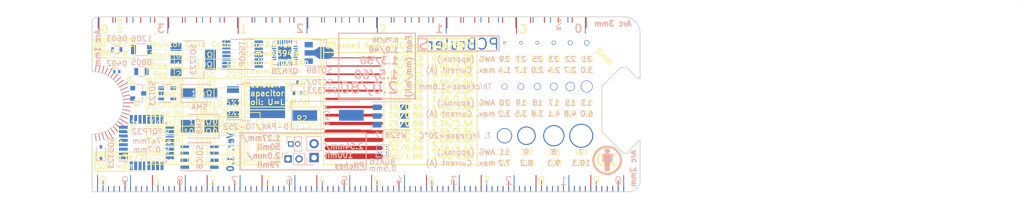
<source format=kicad_pcb>
(kicad_pcb (version 20240108) (generator "pcbnew") (generator_version "8.0")
  (title_block (title "PCBrulerS") (date "2017-06-14") (rev "1.0") (company "(C) J. Boehmer (JBtronics)") (comment 1 "Licensed under CC BY 3.0"))
  (layers (0 "F.Cu" signal) (31 "B.Cu" signal) (34 "B.Paste" user) (35 "F.Paste" user) (36 "B.SilkS" user "B.Silkscreen") (37 "F.SilkS" user "F.Silkscreen") (38 "B.Mask" user) (39 "F.Mask" user) (44 "Edge.Cuts" user))
  (net 0 "")
  (footprint "PCBRulers:Metric_Ruler_96mm" (layer "F.Cu") (at 93 126)
    (property "Reference" "REF**" (hide yes))
    (property "Value" "Metric_Ruler_90mm" (hide yes))
  )
  (footprint "PCBRulers:Resistor_Table_small" (layer "F.Cu") (at 100 100.75)
    (property "Reference" "REF**" (hide yes))
    (property "Value" "Resistor_Table_small" (hide yes))
  )
  (footprint "PCBRulers:Inch_Ruler_3.5in_10" (layer "F.Cu") (at 86.25 98)
    (property "Reference" "REF**" (hide yes))
    (property "Value" "Inch_Ruler_3.5in_10" (hide yes))
  )
  (footprint "PCBRulers:Voltage_Divider" (layer "F.Cu") (at 113.5 115.5)
    (property "Reference" "REF**" (hide yes))
    (property "Value" "Voltage Divider" (hide yes))
  )
  (footprint "Mounting_Holes:MountingHole_4mm" (layer "F.Cu") (at 181 103 -90)
    (property "Reference" "REF**" (hide yes))
    (property "Value" "MountingHole_4mm" (hide yes))
  )
  (footprint "PCBRulers:Drills" (layer "F.Cu") (at 165.25 98.75)
    (property "Reference" "REF**" (hide yes))
    (property "Value" "Drills" (hide yes))
  )
  (footprint "PCBRulers:Degree_Scale" (layer "F.Cu") (at 85 113.75)
    (property "Reference" "REF**" (hide yes))
    (property "Value" "Degree_Scale" (hide yes))
  )
  (footprint "PCBRulers:Symbol_CreativeCommons_SilkTop_Type2_Small" (layer "F.Cu") (at 178.75 124.25)
    (property "Reference" "REF**" (hide yes))
    (property "Value" "Symbol_CreativeCommons_CopperTop_Type2_Small")
  )
  (footprint "PCBRulers:Metric_Ruler_96mm" (layer "B.Cu") (at 175 126 180)
    (property "Reference" "REF**" (hide yes))
    (property "Value" "Metric_Ruler_90mm" (hide yes))
  )
  (footprint "PCBRulers:Inch_Ruler_3.5in_8" (layer "B.Cu") (at 175 98 180)
    (property "Reference" "REF**" (hide yes))
    (property "Value" "Inch_Ruler_3.5in_8" (hide yes))
  )
  (footprint "PCBRulers:Pitch2.54mm" (layer "B.Cu") (at 125.5 123.75)
    (property "Reference" "REF**" (hide yes))
    (property "Value" "Pin_Header_Straight_1x02_Pitch2.54mm" (hide yes))
  )
  (footprint "PCBRulers:Pitch1.27mm" (layer "B.Cu") (at 121.25 121.25 -90)
    (property "Reference" "REF**" (hide yes))
    (property "Value" "Pin_Header_Straight_1x02_Pitch1.27mm" (hide yes))
  )
  (footprint "PCBRulers:Pitch2.00mm" (layer "B.Cu") (at 120.75 124 -90)
    (property "Reference" "REF**" (hide yes))
    (property "Value" "Pin_Header_Straight_1x02_Pitch2.00mm" (hide yes))
  )
  (footprint "Resistors_SMD:R_1206" (layer "B.Cu") (at 94 104 180)
    (property "Reference" "1206")
    (property "Value" "R_1206" (hide yes))
  )
  (footprint "Resistors_SMD:R_0805" (layer "B.Cu") (at 94 108 180)
    (property "Reference" "0805")
    (property "Value" "R_0805")
  )
  (footprint "Resistors_SMD:R_0603" (layer "B.Cu") (at 89.5 104)
    (property "Reference" "0603")
    (property "Value" "R_0603")
  )
  (footprint "Resistors_SMD:R_0402" (layer "B.Cu") (at 89.5 108)
    (property "Reference" "0402")
    (property "Value" "R_0402")
  )
  (footprint "Housings_SSOP:TSSOP-16_4.4x5mm_Pitch0.65mm" (layer "B.Cu") (at 112.45 104.825)
    (property "Reference" "TSSOP")
    (property "Value" "TSSOP-16_4.4x5mm_Pitch0.65mm")
  )
  (footprint "Diodes_SMD:D_SOD-323" (layer "B.Cu") (at 86.6 122.85 90)
    (property "Reference" "SOD323")
    (property "Value" "D_SOD-323")
  )
  (footprint "Diodes_SMD:D_SMA" (layer "B.Cu") (at 104.6 112)
    (property "Reference" "SMA")
    (property "Value" "D_SMA")
  )
  (footprint "Diodes_SMD:D_SMB" (layer "B.Cu") (at 104.6 118 180)
    (property "Reference" "SMB")
    (property "Value" "D_SMB")
  )
  (footprint "TO_SOT_Packages_SMD:SOT-223" (layer "B.Cu") (at 103.45 105.8)
    (property "Reference" "SOT223")
    (property "Value" "SOT-223")
  )
  (footprint "TO_SOT_Packages_SMD:SOT-23" (layer "B.Cu") (at 93.4 112)
    (property "Reference" "SOT23")
    (property "Value" "SOT-23")
  )
  (footprint "TO_SOT_Packages_SMD:SOT-23-5" (layer "B.Cu") (at 98.7 112)
    (property "Reference" "SOT23-5" (hide yes))
    (property "Value" "SOT-23-5")
  )
  (footprint "Crystals:Crystal_SMD_HC49-SD" (layer "B.Cu") (at 128.05 116)
    (property "Reference" "HC49")
    (property "Value" "Crystal_SMD_HC49-SD")
  )
  (footprint "TO_SOT_Packages_SMD:TO-252-3_TabPin2" (layer "B.Cu") (at 114.9 113.6)
    (property "Reference" "D-PAK/TO-252")
    (property "Value" "TO-252-3_TabPin2")
  )
  (footprint "Housings_SOIC:SOIC-8_3.9x4.9mm_Pitch1.27mm" (layer "B.Cu") (at 104.6 123.6)
    (property "Reference" "SOIC8")
    (property "Value" "SOIC-8_3.9x4.9mm_Pitch1.27mm")
  )
  (footprint "Housings_QFP:TQFP-32_7x7mm_Pitch0.8mm" (layer "B.Cu") (at 94.95 121)
    (property "Reference" "TQFP32")
    (property "Value" "TQFP-32_7x7mm_Pitch0.8mm")
  )
  (footprint "Housings_DFN_QFN:QFN-28-1EP_4x4mm_Pitch0.4mm" (layer "B.Cu") (at 120.15 104.6)
    (property "Reference" "QFN28")
    (property "Value" "QFN-28-1EP_4x4mm_Pitch0.4mm")
  )
  (footprint "TO_SOT_Packages_SMD:SOT-89-3" (layer "B.Cu") (at 126 104.6)
    (property "Reference" "SOT89")
    (property "Value" "SOT-89-3")
  )
  (footprint "TO_SOT_Packages_SMD:SOT-323_SC-70" (layer "B.Cu") (at 122.5 111 90)
    (property "Reference" "SC70/")
    (property "Value" "SOT-323_SC-70")
  )
  (footprint "LEDs:LED_WS2812-PLCC6" (layer "B.Cu") (at 139.5 116.15)
    (property "Reference" "WS2812")
    (property "Value" "LED_WS2812-PLCC6")
  )
  (footprint "Housings_BGA:BGA-16_4x4_1.92x1.92mm_Pitch0.5mm" (layer "B.Cu") (at 138 122.5)
    (property "Reference" "BGA16")
    (property "Value" "BGA-16_4x4_1.92x1.92mm_Pitch0.5mm")
  )
  (footprint "PCBRulers:Symbol_CC-Attribution_SilkTop_Small" (layer "B.Cu") (at 179 124.25 180)
    (property "Reference" "REF**" (hide yes))
    (property "Value" "Symbol_CC-Attribution_CopperTop_Small")
  )
  (gr_line (start 112.5 119.25) (end 112.5 119.25) (stroke (width 0.2)) (layer "B.SilkS"))
  (gr_line (start 112.5 119.25) (end 112.5 119.25) (stroke (width 0.2)) (layer "B.SilkS"))
  (gr_line (start 112 126) (end 112 126) (stroke (width 0.2)) (layer "B.SilkS"))
  (gr_line (start 96.5 101) (end 96.5 101) (stroke (width 0.2)) (layer "B.SilkS"))
  (gr_line (start 87 107) (end 87 107) (stroke (width 0.2)) (layer "B.SilkS"))
  (gr_line (start 144 101) (end 144 101) (stroke (width 0.2)) (layer "B.SilkS"))
  (gr_line (start 159 101.5) (end 159 101.5) (stroke (width 0.2)) (layer "B.SilkS"))
  (gr_line (start 112 119.25) (end 112.5 119.25) (stroke (width 0.2)) (layer "B.SilkS"))
  (gr_line (start 144.5 104.25) (end 159.25 104.25) (stroke (width 0.2)) (layer "B.SilkS"))
  (gr_line (start 144 113) (end 130 113) (stroke (width 0.2)) (layer "B.SilkS"))
  (gr_line (start 144.5 101.5) (end 144.5 104.25) (stroke (width 0.2)) (layer "B.SilkS"))
  (gr_line (start 135 119.25) (end 112.5 119.25) (stroke (width 0.2)) (layer "B.SilkS"))
  (gr_line (start 159.25 101.5) (end 159 101.5) (stroke (width 0.2)) (layer "B.SilkS"))
  (gr_line (start 112 119.25) (end 112 126) (stroke (width 0.2)) (layer "B.SilkS"))
  (gr_line (start 135 119.75) (end 135 119.25) (stroke (width 0.2)) (layer "B.SilkS"))
  (gr_line (start 112.5 126) (end 135 126) (stroke (width 0.2)) (layer "B.SilkS"))
  (gr_line (start 130 101) (end 144 101) (stroke (width 0.2)) (layer "B.SilkS"))
  (gr_line (start 144 101) (end 144 113) (stroke (width 0.2)) (layer "B.SilkS"))
  (gr_line (start 135 126) (end 135 119.75) (stroke (width 0.2)) (layer "B.SilkS"))
  (gr_line (start 159 101.5) (end 144.5 101.5) (stroke (width 0.2)) (layer "B.SilkS"))
  (gr_line (start 130 113) (end 130 101) (stroke (width 0.2)) (layer "B.SilkS"))
  (gr_line (start 112.5 126) (end 112 126) (stroke (width 0.2)) (layer "B.SilkS"))
  (gr_line (start 159.25 104.25) (end 159.25 101.5) (stroke (width 0.2)) (layer "B.SilkS"))
  (gr_line (start 112.75 109.5) (end 112.75 109.5) (stroke (width 0.2)) (layer "F.SilkS"))
  (gr_line (start 112.75 115) (end 112.75 115) (stroke (width 0.2)) (layer "F.SilkS"))
  (gr_line (start 127.25 124.5) (end 127.25 124.5) (stroke (width 0.2)) (layer "F.SilkS"))
  (gr_line (start 127.25 124.5) (end 127.25 124.5) (stroke (width 0.2)) (layer "F.SilkS"))
  (gr_line (start 155.25 124.5) (end 155.25 124.5) (stroke (width 0.2)) (layer "F.SilkS"))
  (gr_line (start 127.25 104.5) (end 127.25 104.5) (stroke (width 0.2)) (layer "F.SilkS"))
  (gr_line (start 138.25 125) (end 138.25 125) (stroke (width 0.2)) (layer "F.SilkS"))
  (gr_line (start 146.25 102) (end 146.25 102) (stroke (width 0.2)) (layer "F.SilkS"))
  (gr_line (start 85.5 102) (end 85.5 102) (stroke (width 0.2)) (layer "F.SilkS"))
  (gr_line (start 94.5 122.75) (end 94.5 122.75) (stroke (width 0.2)) (layer "F.SilkS"))
  (gr_line (start 155.25 125) (end 155.25 124.5) (stroke (width 0.2)) (layer "F.SilkS"))
  (gr_line (start 85.5 126.25) (end 94.5 126.25) (stroke (width 0.2)) (layer "F.SilkS"))
  (gr_line (start 138.25 102) (end 138.25 125) (stroke (width 0.2)) (layer "F.SilkS"))
  (gr_line (start 85.5 122.75) (end 85.5 126) (stroke (width 0.2)) (layer "F.SilkS"))
  (gr_line (start 146.25 125) (end 146.25 102) (stroke (width 0.2)) (layer "F.SilkS"))
  (gr_line (start 85.5 126) (end 85.5 126.25) (stroke (width 0.2)) (layer "F.SilkS"))
  (gr_line (start 126.75 114.5) (end 112.75 114.5) (stroke (width 0.2)) (layer "F.SilkS"))
  (gr_line (start 126.75 109) (end 126.75 102) (stroke (width 0.2)) (layer "F.SilkS"))
  (gr_line (start 112.75 125) (end 119.25 125) (stroke (width 0.2)) (layer "F.SilkS"))
  (gr_line (start 85.5 102) (end 92.75 102) (stroke (width 0.2)) (layer "F.SilkS"))
  (gr_line (start 92.75 102) (end 92.75 105.5) (stroke (width 0.2)) (layer "F.SilkS"))
  (gr_line (start 127.25 102) (end 155.25 102) (stroke (width 0.2)) (layer "F.SilkS"))
  (gr_line (start 127.25 125) (end 155.25 125) (stroke (width 0.2)) (layer "F.SilkS"))
  (gr_line (start 155.25 102) (end 155.25 124.5) (stroke (width 0.2)) (layer "F.SilkS"))
  (gr_line (start 94.5 126.25) (end 94.75 126.25) (stroke (width 0.2)) (layer "F.SilkS"))
  (gr_line (start 127.25 102) (end 127.25 119.5) (stroke (width 0.2)) (layer "F.SilkS"))
  (gr_line (start 112.75 109.5) (end 126.75 109.5) (stroke (width 0.2)) (layer "F.SilkS"))
  (gr_line (start 127.25 124.5) (end 127.25 125) (stroke (width 0.2)) (layer "F.SilkS"))
  (gr_line (start 92.75 105.5) (end 85.5 105.5) (stroke (width 0.2)) (layer "F.SilkS"))
  (gr_line (start 112.75 114.5) (end 112.75 109.5) (stroke (width 0.2)) (layer "F.SilkS"))
  (gr_line (start 127.25 119.5) (end 127.25 124.5) (stroke (width 0.2)) (layer "F.SilkS"))
  (gr_line (start 85.5 122.75) (end 94.5 122.75) (stroke (width 0.2)) (layer "F.SilkS"))
  (gr_line (start 155.25 104.5) (end 127.25 104.5) (stroke (width 0.2)) (layer "F.SilkS"))
  (gr_line (start 126.75 102) (end 112.75 102) (stroke (width 0.2)) (layer "F.SilkS"))
  (gr_line (start 85.5 105.5) (end 85.5 102) (stroke (width 0.2)) (layer "F.SilkS"))
  (gr_line (start 112.75 102) (end 112.75 109) (stroke (width 0.2)) (layer "F.SilkS"))
  (gr_line (start 126.75 119.5) (end 126.75 115) (stroke (width 0.2)) (layer "F.SilkS"))
  (gr_line (start 94.75 122.75) (end 94.5 122.75) (stroke (width 0.2)) (layer "F.SilkS"))
  (gr_line (start 119.25 125) (end 119.25 119.5) (stroke (width 0.2)) (layer "F.SilkS"))
  (gr_line (start 119.25 119.5) (end 126.75 119.5) (stroke (width 0.2)) (layer "F.SilkS"))
  (gr_line (start 126.75 109.5) (end 126.75 114.5) (stroke (width 0.2)) (layer "F.SilkS"))
  (gr_line (start 112.75 115) (end 112.75 125) (stroke (width 0.2)) (layer "F.SilkS"))
  (gr_line (start 112.75 109) (end 126.75 109) (stroke (width 0.2)) (layer "F.SilkS"))
  (gr_line (start 126.75 115) (end 112.75 115) (stroke (width 0.2)) (layer "F.SilkS"))
  (gr_line (start 94.75 126.25) (end 94.75 122.75) (stroke (width 0.2)) (layer "F.SilkS"))
  (gr_line (start 255 95) (end 255 95) (stroke (width 0.15)) (layer "Edge.Cuts"))
  (gr_line (start 85 125) (end 85 125) (stroke (width 0.15)) (layer "Edge.Cuts"))
  (gr_line (start 185 120.75) (end 185 120.75) (stroke (width 0.15)) (layer "Edge.Cuts"))
  (gr_line (start 185 120.5) (end 185 120.75) (stroke (width 0.15)) (layer "Edge.Cuts"))
  (gr_line (start 85 119.5) (end 85 119.5) (stroke (width 0.15)) (layer "Edge.Cuts"))
  (gr_line (start 85 130) (end 85 130) (stroke (width 0.15)) (layer "Edge.Cuts"))
  (gr_line (start 85 107) (end 85 107) (stroke (width 0.15)) (layer "Edge.Cuts"))
  (gr_line (start 85 119.5) (end 85 119.5) (stroke (width 0.15)) (layer "Edge.Cuts"))
  (gr_line (start 85 108) (end 85 107) (stroke (width 0.15)) (layer "Edge.Cuts"))
  (gr_line (start 182.5 107.25) (end 181.5 107.25) (stroke (width 0.15)) (layer "Edge.Cuts"))
  (gr_line (start 85 120.5) (end 85 119.5) (stroke (width 0.15)) (layer "Edge.Cuts"))
  (gr_line (start 178 110.75) (end 178 119) (stroke (width 0.15)) (layer "Edge.Cuts"))
  (gr_line (start 178 119) (end 182 123) (stroke (width 0.15)) (layer "Edge.Cuts"))
  (gr_line (start 184.5 109.25) (end 182.5 107.25) (stroke (width 0.15)) (layer "Edge.Cuts"))
  (gr_arc (start 185 128) (mid 184.414214 129.414214) (end 183 130) (stroke (width 0.15)) (layer "Edge.Cuts"))
  (gr_line (start 86 98) (end 182 98) (stroke (width 0.15)) (layer "Edge.Cuts"))
  (gr_line (start 85 130) (end 183 130) (stroke (width 0.15)) (layer "Edge.Cuts"))
  (gr_line (start 185 121) (end 185 120.75) (stroke (width 0.15)) (layer "Edge.Cuts"))
  (gr_line (start 185 109) (end 185 101) (stroke (width 0.15)) (layer "Edge.Cuts"))
  (gr_line (start 85 120.5) (end 85 130) (stroke (width 0.15)) (layer "Edge.Cuts"))
  (gr_line (start 185 128) (end 185 121) (stroke (width 0.15)) (layer "Edge.Cuts"))
  (gr_line (start 182 123) (end 182.5 123) (stroke (width 0.15)) (layer "Edge.Cuts"))
  (gr_line (start 185 109.25) (end 184.5 109.25) (stroke (width 0.15)) (layer "Edge.Cuts"))
  (gr_line (start 182.5 123) (end 185 120.5) (stroke (width 0.15)) (layer "Edge.Cuts"))
  (gr_arc (start 182 98) (mid 184.12132 98.87868) (end 185 101) (stroke (width 0.15)) (layer "Edge.Cuts"))
  (gr_line (start 85 99) (end 85 107) (stroke (width 0.15)) (layer "Edge.Cuts"))
  (gr_arc (start 85 99) (mid 85.292893 98.292893) (end 86 98) (stroke (width 0.15)) (layer "Edge.Cuts"))
  (gr_line (start 181.5 107.25) (end 178 110.75) (stroke (width 0.15)) (layer "Edge.Cuts"))
  (gr_line (start 185 109) (end 185 109.25) (stroke (width 0.15)) (layer "Edge.Cuts"))
  (gr_arc (start 85 108) (mid 90.75 113.75) (end 85 119.5) (stroke (width 0.15)) (layer "Edge.Cuts"))
  (gr_text "Ver. 1.0" (at 110.25 122.75 90) (layer "B.Cu") (effects (font (size 1.2 1.2) (thickness 0.25)) (justify mirror)))
  (gr_text "PCBruler" (at 152.75 103 0) (layer "B.Cu") (effects (font (size 2 2) (thickness 0.25)) (justify mirror)))
  (gr_text "1.27mm/\n50mil" (at 119.5 121 0) (layer "B.SilkS") (effects (font (size 1 1) (thickness 0.25)) (justify left mirror)))
  (gr_text "2.0mm/\n79mil" (at 119.5 124.25 0) (layer "B.SilkS") (effects (font (size 1 1) (thickness 0.25)) (justify left mirror)))
  (gr_text "1.3/50" (at 141 106 0) (layer "B.SilkS") (effects (font (size 1.3 1.3) (thickness 0.3)) (justify left mirror)))
  (gr_text "2.0/80" (at 141 111 0) (layer "B.SilkS") (effects (font (size 2 2) (thickness 0.3)) (justify left mirror)))
  (gr_text "0.75/30" (at 141 102.25 0) (layer "B.SilkS") (effects (font (size 0.75 0.75) (thickness 0.1875)) (justify left mirror)))
  (gr_text "1.5/60" (at 141 108.6 0) (layer "B.SilkS") (effects (font (size 1.5 1.5) (thickness 0.3)) (justify left mirror)))
  (gr_text "Arc 2mm" (at 183.75 125.75 90) (layer "B.SilkS") (effects (font (size 1 1) (thickness 0.25)) (justify mirror)))
  (gr_text "0.5mm" (at 138 125.75 0) (layer "B.SilkS") (effects (font (size 1 1)) (justify mirror)))
  (gr_text "7x7mm\n0.7mm" (at 95 121.5 0) (layer "B.SilkS") (effects (font (size 1 1)) (justify mirror)))
  (gr_text "2.54mm/\n100mil" (at 127.25 122.5 0) (layer "B.SilkS") (effects (font (size 1 1) (thickness 0.25)) (justify right mirror)))
  (gr_text "Pitches" (at 132 125.25 0) (layer "B.SilkS") (effects (font (size 1 1) (thickness 0.25) (italic yes)) (justify mirror)))
  (gr_text "Font (mm/mil)" (at 142.8 107 90) (layer "B.SilkS") (effects (font (size 1 1) (thickness 0.25) (italic yes)) (justify mirror)))
  (gr_text "Arc 1mm" (at 86 103.75 90) (layer "B.SilkS") (effects (font (size 1 1) (thickness 0.25)) (justify mirror)))
  (gr_text "1.0/40" (at 141 104 0) (layer "B.SilkS") (effects (font (size 1 1) (thickness 0.25)) (justify left mirror)))
  (gr_text "S" (at 145.5 103 0) (layer "B.SilkS") (effects (font (size 2 2) (thickness 0.3)) (justify mirror)))
  (gr_text "SOT323" (at 127 111.5 0) (layer "B.SilkS") (effects (font (size 1 1)) (justify mirror)))
  (gr_text "Arc 3mm" (at 180 99.25 0) (layer "B.SilkS") (effects (font (size 1 1) (thickness 0.25)) (justify mirror)))
  (gr_text "8/0.20" (at 142.75 107 0) (layer "F.SilkS") (effects (font (size 1 1) (thickness 0.25))))
  (gr_text "10/0.25" (at 142.25 108.5 0) (layer "F.SilkS") (effects (font (size 1 1) (thickness 0.25))))
  (gr_text "12/0.30" (at 142.25 110 0) (layer "F.SilkS") (effects (font (size 1 1) (thickness 0.25))))
  (gr_text "14/0.35" (at 142.25 111.5 0) (layer "F.SilkS") (effects (font (size 1 1) (thickness 0.25))))
  (gr_text "16/0.40" (at 142.25 113 0) (layer "F.SilkS") (effects (font (size 1 1) (thickness 0.25))))
  (gr_text "18/0.45" (at 142.25 114.5 0) (layer "F.SilkS") (effects (font (size 1 1) (thickness 0.25))))
  (gr_text "20/0.50" (at 142.25 116 0) (layer "F.SilkS") (effects (font (size 1 1) (thickness 0.25))))
  (gr_text "24/0.60" (at 142.25 117.5 0) (layer "F.SilkS") (effects (font (size 1 1) (thickness 0.25))))
  (gr_text "28/0.70" (at 142.25 119 0) (layer "F.SilkS") (effects (font (size 1 1) (thickness 0.25))))
  (gr_text "30/0.76" (at 142.25 120.5 0) (layer "F.SilkS") (effects (font (size 1 1) (thickness 0.25))))
  (gr_text "32/0.80" (at 142.25 122 0) (layer "F.SilkS") (effects (font (size 1 1) (thickness 0.25))))
  (gr_text "40/1.00" (at 142.25 123.5 0) (layer "F.SilkS") (effects (font (size 1 1) (thickness 0.25))))
  (gr_text "0.9A/1.8A" (at 150.75 108.5 0) (layer "F.SilkS") (effects (font (size 1 1) (thickness 0.25))))
  (gr_text "1.5A/3.0A" (at 150.75 116 0) (layer "F.SilkS") (effects (font (size 1 1) (thickness 0.25))))
  (gr_text "+10/50°C" (at 150.75 103.25 0) (layer "F.SilkS") (effects (font (size 1 1) (thickness 0.25))))
  (gr_text "2.4A/4.9A" (at 150.75 123.5 0) (layer "F.SilkS") (effects (font (size 1 1) (thickness 0.25))))
  (gr_text "0.6A/1.2A" (at 150.75 105.5 0) (layer "F.SilkS") (effects (font (size 1 1) (thickness 0.25))))
  (gr_text "0.8A/1.5A" (at 150.75 107 0) (layer "F.SilkS") (effects (font (size 1 1) (thickness 0.25))))
  (gr_text "1.0A/2.0A" (at 150.75 110 0) (layer "F.SilkS") (effects (font (size 1 1) (thickness 0.25))))
  (gr_text "1.1A/2.3A" (at 150.75 111.5 0) (layer "F.SilkS") (effects (font (size 1 1) (thickness 0.25))))
  (gr_text "1.2A/2.5A" (at 150.75 113 0) (layer "F.SilkS") (effects (font (size 1 1) (thickness 0.25))))
  (gr_text "1.4A/2.8A" (at 150.75 114.5 0) (layer "F.SilkS") (effects (font (size 1 1) (thickness 0.25))))
  (gr_text "1.7A/3.4A" (at 150.75 117.5 0) (layer "F.SilkS") (effects (font (size 1 1) (thickness 0.25))))
  (gr_text "1.9A/3.8A" (at 150.75 119 0) (layer "F.SilkS") (effects (font (size 1 1) (thickness 0.25))))
  (gr_text "2.0A/4.0A" (at 150.75 120.5 0) (layer "F.SilkS") (effects (font (size 1 1) (thickness 0.25))))
  (gr_text "2.1A/4.1A" (at 150.75 122 0) (layer "F.SilkS") (effects (font (size 1 1) (thickness 0.25))))
  (gr_text "270°=3π/2\n360°=2π" (at 85.5 124.5 0) (layer "F.SilkS") (effects (font (size 1 1) (thickness 0.2)) (justify left)))
  (gr_text "150\n" (at 89.25 121 -150) (layer "F.SilkS") (effects (font (size 1 1))))
  (gr_text "5mm" (at 178.5 105.25 -45) (layer "F.SilkS") (effects (font (size 1 1) (thickness 0.25))))
  (gr_text "6/0.15" (at 142.75 105.5 0) (layer "F.SilkS") (effects (font (size 1 1) (thickness 0.25))))
  (gr_text "90°=π/2\n180°=π" (at 85.5 103.75 0) (layer "F.SilkS") (effects (font (size 1 1) (thickness 0.2)) (justify left)))
  (gr_text "Resistor: U=R*I\nCapacitor: C=Q/U\nCoil: U=L*dI/dt" (at 112.75 112 0) (layer "F.SilkS") (effects (font (size 1 1) (thickness 0.2)) (justify left)))
  (gr_text "35µm=1.4mil" (at 132.75 103.25 0) (layer "F.SilkS") (effects (font (size 1 1) (thickness 0.25) (italic yes))))
  (gr_text "mil/mm" (at 142.25 103.25 0) (layer "F.SilkS") (effects (font (size 1 1) (thickness 0.25))))
  (gr_text "120" (at 92.25 118 -120) (layer "F.SilkS") (effects (font (size 1 1))))
  (gr_text "1in=2.54cm\n1cm≈0.394in\n1mil=1/1000in\n1mil=25,4µm" (at 112.75 105.5 0) (layer "F.SilkS") (effects (font (size 1 1) (thickness 0.2)) (justify left)))
  (segment (start 127.75 114.5) (end 137.75 114.5) (width 0.45) (layer "F.Cu") (net 0))
  (segment (start 127.75 116) (end 137.75 116) (width 0.5) (layer "F.Cu") (net 0))
  (segment (start 127.75 117.5) (end 137.75 117.5) (width 0.6) (layer "F.Cu") (net 0))
  (segment (start 127.75 119) (end 137.75 119) (width 0.7) (layer "F.Cu") (net 0))
  (segment (start 127.75 120.5) (end 137.75 120.5) (width 0.762) (layer "F.Cu") (net 0))
  (segment (start 127.85 122) (end 137.65 122) (width 0.8) (layer "F.Cu") (net 0))
  (segment (start 127.95 123.5) (end 137.55 123.5) (width 1) (layer "F.Cu") (net 0))
  (segment (start 131.25 105.5) (end 137.25 105.5) (width 0.15) (layer "F.Cu") (net 0))
  (segment (start 127.75 108.5) (end 137.75 108.5) (width 0.254) (layer "F.Cu") (net 0))
  (segment (start 127.75 111.5) (end 137.75 111.5) (width 0.35) (layer "F.Cu") (net 0))
  (segment (start 127.75 105.5) (end 131.25 105.5) (width 0.15) (layer "F.Cu") (net 0))
  (segment (start 127.75 110) (end 137.75 110) (width 0.3) (layer "F.Cu") (net 0))
  (segment (start 137.25 105.5) (end 137.75 105.5) (width 0.15) (layer "F.Cu") (net 0))
  (segment (start 127.75 107) (end 137.75 107) (width 0.2) (layer "F.Cu") (net 0))
  (segment (start 127.75 113) (end 137.75 113) (width 0.4) (layer "F.Cu") (net 0))
)
</source>
